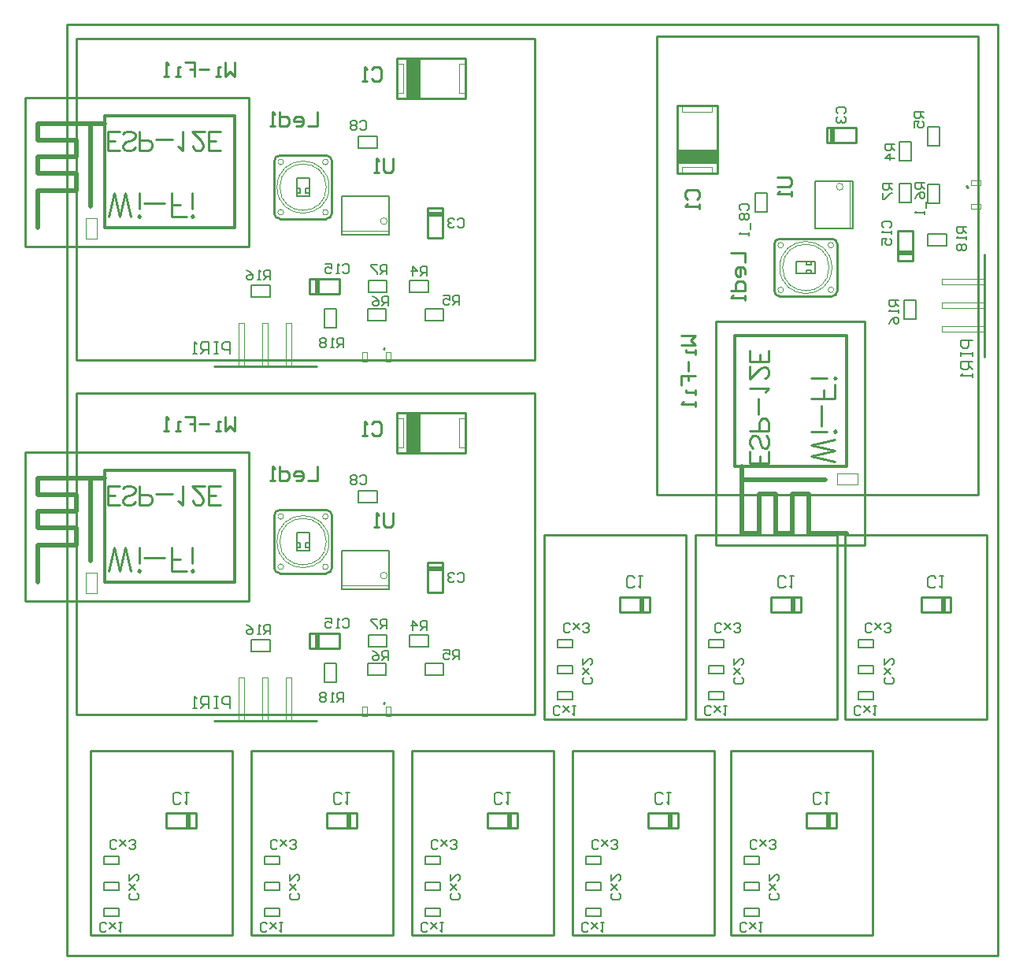
<source format=gbo>
%FSLAX25Y25*%
%MOIN*%
G70*
G01*
G75*
G04 Layer_Color=32896*
%ADD10R,0.01772X0.06299*%
%ADD11R,0.06299X0.13386*%
%ADD12R,0.05512X0.01654*%
%ADD13R,0.04724X0.04724*%
%ADD14R,0.08465X0.05000*%
%ADD15R,0.09000X0.15000*%
%ADD16R,0.05906X0.03937*%
%ADD17R,0.03937X0.05906*%
%ADD18R,0.07874X0.11024*%
%ADD19R,0.03500X0.05000*%
%ADD20R,0.07874X0.15748*%
%ADD21R,0.06299X0.09449*%
%ADD22R,0.05512X0.07087*%
%ADD23R,0.05906X0.15748*%
%ADD24R,0.06299X0.01772*%
%ADD25R,0.13386X0.06299*%
%ADD26R,0.01654X0.05512*%
%ADD27R,0.04724X0.04724*%
%ADD28R,0.05000X0.08465*%
%ADD29R,0.15000X0.09000*%
%ADD30R,0.11024X0.07874*%
%ADD31R,0.15748X0.05906*%
%ADD32R,0.05000X0.03500*%
%ADD33R,0.15748X0.07874*%
%ADD34R,0.09449X0.06299*%
%ADD35R,0.07087X0.05512*%
%ADD36R,0.06600X0.01700*%
%ADD37C,0.02500*%
%ADD38C,0.02000*%
%ADD39C,0.03000*%
%ADD40C,0.01500*%
%ADD41C,0.04000*%
%ADD42C,0.01000*%
%ADD43C,0.01800*%
%ADD44R,0.01600X0.04800*%
%ADD45R,0.34200X0.03200*%
%ADD46R,0.14413X0.28346*%
%ADD47R,0.04800X0.01600*%
%ADD48R,0.03200X0.34200*%
%ADD49R,0.28346X0.14413*%
%ADD50C,0.15800*%
%ADD51R,0.05512X0.07874*%
%ADD52R,0.05118X0.07874*%
%ADD53C,0.07874*%
%ADD54R,0.07874X0.05512*%
%ADD55R,0.07874X0.05118*%
%ADD56C,0.05000*%
%ADD57C,0.04000*%
%ADD58C,0.06000*%
%ADD59C,0.03937*%
%ADD60R,0.09449X0.04724*%
%ADD61R,0.04724X0.11024*%
%ADD62R,0.03000X0.10000*%
%ADD63R,0.10000X0.20000*%
%ADD64R,0.06299X0.05512*%
%ADD65R,0.09843X0.14961*%
%ADD66R,0.04724X0.09449*%
%ADD67R,0.11024X0.04724*%
%ADD68R,0.10000X0.03000*%
%ADD69R,0.20000X0.10000*%
%ADD70R,0.05512X0.06299*%
%ADD71R,0.14961X0.09843*%
%ADD72R,0.03150X0.04724*%
%ADD73C,0.03500*%
%ADD74R,0.26400X0.28346*%
%ADD75R,0.28346X0.26400*%
%ADD76C,0.00200*%
%ADD77C,0.00591*%
%ADD78C,0.00394*%
%ADD79C,0.00787*%
%ADD80C,0.00500*%
%ADD81C,0.00050*%
%ADD82C,0.00800*%
%ADD83R,0.02300X0.06299*%
%ADD84R,0.06299X0.02300*%
%ADD85R,0.02572X0.07099*%
%ADD86R,0.07099X0.14186*%
%ADD87R,0.06312X0.02454*%
%ADD88R,0.05524X0.05524*%
%ADD89R,0.09265X0.05800*%
%ADD90R,0.09800X0.15800*%
%ADD91R,0.06706X0.04737*%
%ADD92R,0.04737X0.06706*%
%ADD93R,0.08674X0.11824*%
%ADD94R,0.04300X0.05800*%
%ADD95R,0.08674X0.16548*%
%ADD96R,0.07099X0.10249*%
%ADD97R,0.06312X0.07887*%
%ADD98R,0.06706X0.16548*%
%ADD99R,0.07099X0.02572*%
%ADD100R,0.14186X0.07099*%
%ADD101R,0.02454X0.06312*%
%ADD102R,0.05524X0.05524*%
%ADD103R,0.05800X0.09265*%
%ADD104R,0.15800X0.09800*%
%ADD105R,0.11824X0.08674*%
%ADD106R,0.16548X0.06706*%
%ADD107R,0.05800X0.04300*%
%ADD108R,0.16548X0.08674*%
%ADD109R,0.10249X0.07099*%
%ADD110R,0.07887X0.06312*%
%ADD111R,0.07400X0.02500*%
%ADD112C,0.16600*%
%ADD113R,0.06312X0.08674*%
%ADD114R,0.05918X0.08674*%
%ADD115C,0.08674*%
%ADD116R,0.08674X0.06312*%
%ADD117R,0.08674X0.05918*%
%ADD118C,0.05800*%
%ADD119C,0.04800*%
%ADD120C,0.06800*%
%ADD121C,0.04737*%
%ADD122R,0.10249X0.05524*%
%ADD123R,0.05524X0.11824*%
%ADD124R,0.03800X0.10800*%
%ADD125R,0.10800X0.20800*%
%ADD126R,0.07099X0.06312*%
%ADD127R,0.10642X0.15761*%
%ADD128R,0.05524X0.10249*%
%ADD129R,0.11824X0.05524*%
%ADD130R,0.10800X0.03800*%
%ADD131R,0.20800X0.10800*%
%ADD132R,0.06312X0.07099*%
%ADD133R,0.15761X0.10642*%
%ADD134R,0.03950X0.05524*%
%ADD135C,0.00300*%
%ADD136C,0.01969*%
%ADD137C,0.01181*%
%ADD138R,0.02100X0.06299*%
%ADD139R,0.06299X0.02100*%
%ADD140R,0.06000X0.16929*%
%ADD141R,0.02100X0.06299*%
%ADD142R,0.16929X0.06000*%
D42*
X219942Y421714D02*
G03*
X222305Y424076I0J2362D01*
G01*
Y446124D02*
G03*
X219942Y448486I-2362J0D01*
G01*
X197895Y424076D02*
G03*
X200257Y421714I2362J0D01*
G01*
Y448486D02*
G03*
X197895Y446124I0J-2362D01*
G01*
X219942Y271714D02*
G03*
X222305Y274076I0J2362D01*
G01*
Y296124D02*
G03*
X219942Y298486I-2362J0D01*
G01*
X197895Y274076D02*
G03*
X200257Y271714I2362J0D01*
G01*
Y298486D02*
G03*
X197895Y296124I0J-2362D01*
G01*
X436286Y410943D02*
G03*
X433924Y413305I-2362J0D01*
G01*
X411876D02*
G03*
X409514Y410943I0J-2362D01*
G01*
X433924Y388895D02*
G03*
X436286Y391258I0J2362D01*
G01*
X409514D02*
G03*
X411876Y388895I2362J0D01*
G01*
X187124Y410108D02*
Y473100D01*
X92635D02*
X187124D01*
X92635Y410108D02*
X187124D01*
X92635D02*
Y473100D01*
X244100Y366600D02*
X244600Y367100D01*
X197895Y424076D02*
Y446124D01*
X222305Y424076D02*
Y446124D01*
X200257Y421714D02*
X219942D01*
X200257Y448486D02*
X219942D01*
X212949Y389932D02*
X225547D01*
X212949D02*
Y396231D01*
X225547D01*
Y389932D02*
Y396231D01*
X269250Y413714D02*
Y426313D01*
X262950Y413714D02*
Y426313D01*
Y413714D02*
X269250D01*
X262950Y426313D02*
X269250D01*
X249919Y472635D02*
Y489565D01*
X278659Y472635D02*
Y489565D01*
X249919Y472635D02*
X278659D01*
X249919Y489565D02*
X278659D01*
X172447Y359352D02*
X215754D01*
X249919Y322635D02*
Y339565D01*
X278659Y322635D02*
Y339565D01*
X249919Y322635D02*
X278659D01*
X249919Y339565D02*
X278659D01*
X269250Y263714D02*
Y276313D01*
X262950Y263714D02*
Y276313D01*
Y263714D02*
X269250D01*
X262950Y276313D02*
X269250D01*
X212949Y239932D02*
X225547D01*
X212949D02*
Y246231D01*
X225547D01*
Y239932D02*
Y246231D01*
X197895Y274076D02*
Y296124D01*
X222305Y274076D02*
Y296124D01*
X200257Y271714D02*
X219942D01*
X200257Y298486D02*
X219942D01*
X244100Y216600D02*
X244600Y217100D01*
X172447Y209352D02*
X215754D01*
X187124Y260108D02*
Y323100D01*
X92635D02*
X187124D01*
X92635Y260108D02*
X187124D01*
X92635D02*
Y323100D01*
X384900Y378124D02*
X447892D01*
X384900Y283635D02*
Y378124D01*
X447892Y283635D02*
Y378124D01*
X384900Y283635D02*
X447892D01*
X498648Y363446D02*
Y406753D01*
X490900Y435600D02*
X491400Y435100D01*
X411876Y388895D02*
X433924D01*
X411876Y413305D02*
X433924D01*
X436286Y391258D02*
Y410943D01*
X409514Y391258D02*
Y410943D01*
X468068Y403949D02*
Y416547D01*
X461769Y403949D02*
X468068D01*
X461769D02*
Y416547D01*
X468068D01*
X431687Y460250D02*
X444286D01*
X431687Y453950D02*
X444286D01*
Y460250D01*
X431687Y453950D02*
Y460250D01*
X368435Y440919D02*
X385365D01*
X368435Y469659D02*
X385365D01*
Y440919D02*
Y469659D01*
X368435Y440919D02*
Y469659D01*
X152220Y170200D02*
X164819D01*
Y163901D02*
Y170200D01*
X152220Y163901D02*
X164819D01*
X152220D02*
Y170200D01*
X220220D02*
X232819D01*
Y163901D02*
Y170200D01*
X220220Y163901D02*
X232819D01*
X220220D02*
Y170200D01*
X356221D02*
X368819D01*
Y163901D02*
Y170200D01*
X356221Y163901D02*
X368819D01*
X356221D02*
Y170200D01*
X288221D02*
X300819D01*
Y163901D02*
Y170200D01*
X288221Y163901D02*
X300819D01*
X288221D02*
Y170200D01*
X423220D02*
X435819D01*
Y163901D02*
Y170200D01*
X423220Y163901D02*
X435819D01*
X423220D02*
Y170200D01*
X471721Y261700D02*
X484319D01*
Y255401D02*
Y261700D01*
X471721Y255401D02*
X484319D01*
X471721D02*
Y261700D01*
X344220D02*
X356819D01*
Y255401D02*
Y261700D01*
X344220Y255401D02*
X356819D01*
X344220D02*
Y261700D01*
X408220D02*
X420819D01*
Y255401D02*
Y261700D01*
X408220Y255401D02*
X420819D01*
X408220D02*
Y261700D01*
X181218Y487998D02*
Y482000D01*
X179219Y483999D01*
X177219Y482000D01*
Y487998D01*
X175220Y482000D02*
X173221D01*
X174220D01*
Y485999D01*
X175220D01*
X170222Y484999D02*
X166223D01*
X160225Y487998D02*
X164224D01*
Y484999D01*
X162224D01*
X164224D01*
Y482000D01*
X158226D02*
X156226D01*
X157226D01*
Y485999D01*
X158226D01*
X153227Y482000D02*
X151228D01*
X152227D01*
Y487998D01*
X153227Y486998D01*
X248300Y447298D02*
Y442300D01*
X247300Y441300D01*
X245301D01*
X244301Y442300D01*
Y447298D01*
X242302Y441300D02*
X240303D01*
X241302D01*
Y447298D01*
X242302Y446298D01*
X216200Y466998D02*
Y461000D01*
X212201D01*
X207203D02*
X209202D01*
X210202Y462000D01*
Y463999D01*
X209202Y464999D01*
X207203D01*
X206203Y463999D01*
Y462999D01*
X210202D01*
X200205Y466998D02*
Y461000D01*
X203204D01*
X204204Y462000D01*
Y463999D01*
X203204Y464999D01*
X200205D01*
X198206Y461000D02*
X196206D01*
X197206D01*
Y466998D01*
X198206Y465998D01*
X239001Y485098D02*
X240001Y486098D01*
X242000D01*
X243000Y485098D01*
Y481100D01*
X242000Y480100D01*
X240001D01*
X239001Y481100D01*
X237002Y480100D02*
X235003D01*
X236002D01*
Y486098D01*
X237002Y485098D01*
X239001Y335098D02*
X240001Y336098D01*
X242000D01*
X243000Y335098D01*
Y331100D01*
X242000Y330100D01*
X240001D01*
X239001Y331100D01*
X237002Y330100D02*
X235003D01*
X236002D01*
Y336098D01*
X237002Y335098D01*
X216200Y316998D02*
Y311000D01*
X212201D01*
X207203D02*
X209202D01*
X210202Y312000D01*
Y313999D01*
X209202Y314999D01*
X207203D01*
X206203Y313999D01*
Y312999D01*
X210202D01*
X200205Y316998D02*
Y311000D01*
X203204D01*
X204204Y312000D01*
Y313999D01*
X203204Y314999D01*
X200205D01*
X198206Y311000D02*
X196206D01*
X197206D01*
Y316998D01*
X198206Y315998D01*
X248300Y297298D02*
Y292300D01*
X247300Y291300D01*
X245301D01*
X244301Y292300D01*
Y297298D01*
X242302Y291300D02*
X240303D01*
X241302D01*
Y297298D01*
X242302Y296298D01*
X181218Y337998D02*
Y332000D01*
X179219Y333999D01*
X177219Y332000D01*
Y337998D01*
X175220Y332000D02*
X173221D01*
X174220D01*
Y335999D01*
X175220D01*
X170222Y334999D02*
X166223D01*
X160225Y337998D02*
X164224D01*
Y334999D01*
X162224D01*
X164224D01*
Y332000D01*
X158226D02*
X156226D01*
X157226D01*
Y335999D01*
X158226D01*
X153227Y332000D02*
X151228D01*
X152227D01*
Y337998D01*
X153227Y336998D01*
X370002Y372218D02*
X376000D01*
X374001Y370219D01*
X376000Y368219D01*
X370002D01*
X376000Y366220D02*
Y364221D01*
Y365220D01*
X372001D01*
Y366220D01*
X373001Y361222D02*
Y357223D01*
X370002Y351225D02*
Y355224D01*
X373001D01*
Y353224D01*
Y355224D01*
X376000D01*
Y349226D02*
Y347226D01*
Y348226D01*
X372001D01*
Y349226D01*
X376000Y344227D02*
Y342228D01*
Y343228D01*
X370002D01*
X371002Y344227D01*
X410702Y439300D02*
X415700D01*
X416700Y438300D01*
Y436301D01*
X415700Y435301D01*
X410702D01*
X416700Y433302D02*
Y431303D01*
Y432302D01*
X410702D01*
X411702Y433302D01*
X391002Y407200D02*
X397000D01*
Y403201D01*
Y398203D02*
Y400202D01*
X396000Y401202D01*
X394001D01*
X393001Y400202D01*
Y398203D01*
X394001Y397203D01*
X395001D01*
Y401202D01*
X391002Y391205D02*
X397000D01*
Y394204D01*
X396000Y395204D01*
X394001D01*
X393001Y394204D01*
Y391205D01*
X397000Y389206D02*
Y387207D01*
Y388206D01*
X391002D01*
X392002Y389206D01*
X372902Y430001D02*
X371902Y431001D01*
Y433000D01*
X372902Y434000D01*
X376900D01*
X377900Y433000D01*
Y431001D01*
X376900Y430001D01*
X377900Y428002D02*
Y426003D01*
Y427002D01*
X371902D01*
X372902Y428002D01*
X132351Y450702D02*
X127400D01*
Y458700D01*
X132351D01*
X127400Y454510D02*
X130447D01*
X139017Y451844D02*
X138255Y451083D01*
X137112Y450702D01*
X135589D01*
X134446Y451083D01*
X133684Y451844D01*
Y452606D01*
X134065Y453368D01*
X134446Y453749D01*
X135208Y454130D01*
X137493Y454891D01*
X138255Y455272D01*
X138636Y455653D01*
X139017Y456415D01*
Y457557D01*
X138255Y458319D01*
X137112Y458700D01*
X135589D01*
X134446Y458319D01*
X133684Y457557D01*
X140807Y454891D02*
X144235D01*
X145377Y454510D01*
X145758Y454130D01*
X146139Y453368D01*
Y452225D01*
X145758Y451464D01*
X145377Y451083D01*
X144235Y450702D01*
X140807D01*
Y458700D01*
X147929Y455272D02*
X154785D01*
X157146Y452225D02*
X157908Y451844D01*
X159050Y450702D01*
Y458700D01*
X163392Y452606D02*
Y452225D01*
X163773Y451464D01*
X164154Y451083D01*
X164916Y450702D01*
X166439D01*
X167201Y451083D01*
X167582Y451464D01*
X167963Y452225D01*
Y452987D01*
X167582Y453749D01*
X166820Y454891D01*
X163011Y458700D01*
X168344D01*
X175085Y450702D02*
X170134D01*
Y458700D01*
X175085D01*
X170134Y454510D02*
X173181D01*
X127800Y422702D02*
X130180Y432700D01*
X132561Y422702D02*
X130180Y432700D01*
X132561Y422702D02*
X134941Y432700D01*
X137322Y422702D02*
X134941Y432700D01*
X140273Y422702D02*
X140750Y423178D01*
X141226Y422702D01*
X140750Y422226D01*
X140273Y422702D01*
X140750Y426035D02*
Y432700D01*
X142987Y428415D02*
X151557D01*
X154509Y422702D02*
Y432700D01*
Y422702D02*
X160698D01*
X154509Y427463D02*
X158317D01*
X162793Y422702D02*
X163269Y423178D01*
X163745Y422702D01*
X163269Y422226D01*
X162793Y422702D01*
X163269Y426035D02*
Y432700D01*
X132351Y300702D02*
X127400D01*
Y308700D01*
X132351D01*
X127400Y304510D02*
X130447D01*
X139017Y301844D02*
X138255Y301083D01*
X137112Y300702D01*
X135589D01*
X134446Y301083D01*
X133684Y301844D01*
Y302606D01*
X134065Y303368D01*
X134446Y303749D01*
X135208Y304130D01*
X137493Y304891D01*
X138255Y305272D01*
X138636Y305653D01*
X139017Y306415D01*
Y307557D01*
X138255Y308319D01*
X137112Y308700D01*
X135589D01*
X134446Y308319D01*
X133684Y307557D01*
X140807Y304891D02*
X144235D01*
X145377Y304510D01*
X145758Y304130D01*
X146139Y303368D01*
Y302225D01*
X145758Y301464D01*
X145377Y301083D01*
X144235Y300702D01*
X140807D01*
Y308700D01*
X147929Y305272D02*
X154785D01*
X157146Y302225D02*
X157908Y301844D01*
X159050Y300702D01*
Y308700D01*
X163392Y302606D02*
Y302225D01*
X163773Y301464D01*
X164154Y301083D01*
X164916Y300702D01*
X166439D01*
X167201Y301083D01*
X167582Y301464D01*
X167963Y302225D01*
Y302987D01*
X167582Y303749D01*
X166820Y304891D01*
X163011Y308700D01*
X168344D01*
X175085Y300702D02*
X170134D01*
Y308700D01*
X175085D01*
X170134Y304510D02*
X173181D01*
X127800Y272702D02*
X130180Y282700D01*
X132561Y272702D02*
X130180Y282700D01*
X132561Y272702D02*
X134941Y282700D01*
X137322Y272702D02*
X134941Y282700D01*
X140273Y272702D02*
X140750Y273178D01*
X141226Y272702D01*
X140750Y272226D01*
X140273Y272702D01*
X140750Y276035D02*
Y282700D01*
X142987Y278415D02*
X151557D01*
X154509Y272702D02*
Y282700D01*
Y272702D02*
X160698D01*
X154509Y277463D02*
X158317D01*
X162793Y272702D02*
X163269Y273178D01*
X163745Y272702D01*
X163269Y272226D01*
X162793Y272702D01*
X163269Y276035D02*
Y282700D01*
X407298Y323351D02*
Y318400D01*
X399300D01*
Y323351D01*
X403490Y318400D02*
Y321447D01*
X406156Y330017D02*
X406917Y329255D01*
X407298Y328112D01*
Y326589D01*
X406917Y325446D01*
X406156Y324684D01*
X405394D01*
X404632Y325065D01*
X404251Y325446D01*
X403870Y326208D01*
X403109Y328493D01*
X402728Y329255D01*
X402347Y329636D01*
X401585Y330017D01*
X400443D01*
X399681Y329255D01*
X399300Y328112D01*
Y326589D01*
X399681Y325446D01*
X400443Y324684D01*
X403109Y331807D02*
Y335234D01*
X403490Y336377D01*
X403870Y336758D01*
X404632Y337139D01*
X405775D01*
X406536Y336758D01*
X406917Y336377D01*
X407298Y335234D01*
Y331807D01*
X399300D01*
X402728Y338929D02*
Y345785D01*
X405775Y348146D02*
X406156Y348908D01*
X407298Y350050D01*
X399300D01*
X405394Y354392D02*
X405775D01*
X406536Y354773D01*
X406917Y355154D01*
X407298Y355916D01*
Y357439D01*
X406917Y358201D01*
X406536Y358582D01*
X405775Y358963D01*
X405013D01*
X404251Y358582D01*
X403109Y357820D01*
X399300Y354011D01*
Y359344D01*
X407298Y366085D02*
Y361134D01*
X399300D01*
Y366085D01*
X403490Y361134D02*
Y364181D01*
X435298Y318800D02*
X425300Y321180D01*
X435298Y323561D02*
X425300Y321180D01*
X435298Y323561D02*
X425300Y325941D01*
X435298Y328322D02*
X425300Y325941D01*
X435298Y331274D02*
X434822Y331750D01*
X435298Y332226D01*
X435774Y331750D01*
X435298Y331274D01*
X431965Y331750D02*
X425300D01*
X429585Y333987D02*
Y342557D01*
X435298Y345509D02*
X425300D01*
X435298D02*
Y351698D01*
X430537Y345509D02*
Y349317D01*
X435298Y353793D02*
X434822Y354269D01*
X435298Y354745D01*
X435774Y354269D01*
X435298Y353793D01*
X431965Y354269D02*
X425300D01*
X110000Y110000D02*
Y504000D01*
Y110000D02*
X504000D01*
Y504000D01*
X110000D02*
X504000D01*
X308100Y362100D02*
Y498100D01*
X114100D02*
X308100D01*
X114100Y362100D02*
X308100D01*
X114100D02*
Y498100D01*
Y212100D02*
Y348100D01*
Y212100D02*
X308100D01*
X114100Y348100D02*
X308100D01*
Y212100D02*
Y348100D01*
X359900Y499100D02*
X495900D01*
X359900Y305100D02*
Y499100D01*
X495900Y305100D02*
Y499100D01*
X359900Y305100D02*
X495900D01*
X120000Y196500D02*
X180000D01*
X120000Y118500D02*
Y196500D01*
Y118500D02*
X180000D01*
Y196500D01*
X248000Y118500D02*
Y196500D01*
X188000Y118500D02*
X248000D01*
X188000D02*
Y196500D01*
X248000D01*
X324000D02*
X384000D01*
X324000Y118500D02*
Y196500D01*
Y118500D02*
X384000D01*
Y196500D01*
X316000Y118500D02*
Y196500D01*
X256000Y118500D02*
X316000D01*
X256000D02*
Y196500D01*
X316000D01*
X451000Y118500D02*
Y196500D01*
X391000Y118500D02*
X451000D01*
X391000D02*
Y196500D01*
X451000D01*
X439500Y288000D02*
X499500D01*
X439500Y210000D02*
Y288000D01*
Y210000D02*
X499500D01*
Y288000D01*
X312000D02*
X372000D01*
X312000Y210000D02*
Y288000D01*
Y210000D02*
X372000D01*
Y288000D01*
X436000Y210000D02*
Y288000D01*
X376000Y210000D02*
X436000D01*
X376000D02*
Y288000D01*
X436000D01*
D76*
X226777Y416600D02*
X246462D01*
X226777Y266600D02*
X246462D01*
X441400Y417777D02*
Y437462D01*
D78*
X219942Y435100D02*
G03*
X219942Y435100I-9843J0D01*
G01*
X220730Y445730D02*
G03*
X220730Y445730I-1181J0D01*
G01*
Y424470D02*
G03*
X220730Y424470I-1181J0D01*
G01*
X201832D02*
G03*
X201832Y424470I-1181J0D01*
G01*
Y445730D02*
G03*
X201832Y445730I-1181J0D01*
G01*
X221124Y435100D02*
G03*
X221124Y435100I-11024J0D01*
G01*
X219942Y285100D02*
G03*
X219942Y285100I-9843J0D01*
G01*
X220730Y295730D02*
G03*
X220730Y295730I-1181J0D01*
G01*
Y274470D02*
G03*
X220730Y274470I-1181J0D01*
G01*
X201832D02*
G03*
X201832Y274470I-1181J0D01*
G01*
Y295730D02*
G03*
X201832Y295730I-1181J0D01*
G01*
X221124Y285100D02*
G03*
X221124Y285100I-11024J0D01*
G01*
X432743Y401100D02*
G03*
X432743Y401100I-9843J0D01*
G01*
X413451Y410549D02*
G03*
X413451Y410549I-1181J0D01*
G01*
X434711D02*
G03*
X434711Y410549I-1181J0D01*
G01*
Y391651D02*
G03*
X434711Y391651I-1181J0D01*
G01*
X413451D02*
G03*
X413451Y391651I-1181J0D01*
G01*
X433924Y401100D02*
G03*
X433924Y401100I-11024J0D01*
G01*
X118226Y413258D02*
Y421919D01*
X122950D01*
Y413258D02*
Y421919D01*
X118226Y413258D02*
X122950D01*
X235116Y361226D02*
X237084D01*
X245116D02*
X247084D01*
X235116Y365163D02*
X237084D01*
X235116Y361226D02*
Y365163D01*
X237084Y361226D02*
Y365163D01*
X245116D02*
X247084D01*
X245116Y361226D02*
Y365163D01*
X247084Y361226D02*
Y365163D01*
X276100Y474801D02*
X278462D01*
X276100D02*
Y487399D01*
X278659D01*
X249919D02*
X252478D01*
Y474801D02*
Y487399D01*
X249919Y474801D02*
X252478D01*
X205281Y359352D02*
Y377462D01*
X202919D02*
X205281D01*
X202919Y359352D02*
Y377462D01*
X192919Y359352D02*
Y377462D01*
X195281D01*
Y359352D02*
Y377462D01*
X182919Y359352D02*
Y377462D01*
X185281D01*
Y359352D02*
Y377462D01*
X276100Y324801D02*
X278462D01*
X276100D02*
Y337399D01*
X278659D01*
X249919D02*
X252478D01*
Y324801D02*
Y337399D01*
X249919Y324801D02*
X252478D01*
X235116Y211226D02*
X237084D01*
X245116D02*
X247084D01*
X235116Y215163D02*
X237084D01*
X235116Y211226D02*
Y215163D01*
X237084Y211226D02*
Y215163D01*
X245116D02*
X247084D01*
X245116Y211226D02*
Y215163D01*
X247084Y211226D02*
Y215163D01*
X205281Y209352D02*
Y227462D01*
X202919D02*
X205281D01*
X202919Y209352D02*
Y227462D01*
X192919Y209352D02*
Y227462D01*
X195281D01*
Y209352D02*
Y227462D01*
X182919Y209352D02*
Y227462D01*
X185281D01*
Y209352D02*
Y227462D01*
X118226Y263258D02*
Y271919D01*
X122950D01*
Y263258D02*
Y271919D01*
X118226Y263258D02*
X122950D01*
X436081Y309226D02*
X444742D01*
X436081D02*
Y313950D01*
X444742D01*
Y309226D02*
Y313950D01*
X480538Y396281D02*
X498648D01*
X480538Y393919D02*
Y396281D01*
Y393919D02*
X498648D01*
X480538Y383919D02*
X498648D01*
X480538D02*
Y386281D01*
X498648D01*
X480538Y373919D02*
X498648D01*
X480538D02*
Y376281D01*
X498648D01*
X496774Y426116D02*
Y428084D01*
Y436116D02*
Y438084D01*
X492837Y426116D02*
Y428084D01*
Y426116D02*
X496774D01*
X492837Y428084D02*
X496774D01*
X492837Y436116D02*
Y438084D01*
Y436116D02*
X496774D01*
X492837Y438084D02*
X496774D01*
X383199Y467100D02*
Y469462D01*
X370601Y467100D02*
X383199D01*
X370601D02*
Y469659D01*
Y440919D02*
Y443478D01*
X383199D01*
Y440919D02*
Y443478D01*
D80*
X226600Y415100D02*
X246600D01*
Y431200D01*
X226600D02*
X246600D01*
X226600Y415100D02*
Y431200D01*
X219307Y375632D02*
Y383506D01*
X224229D01*
Y375632D02*
Y383506D01*
X219307Y375632D02*
X224229D01*
X188268Y393593D02*
X196142D01*
Y388671D02*
Y393593D01*
X188268Y388671D02*
X196142D01*
X188268D02*
Y393593D01*
X237768Y395593D02*
X245642D01*
Y390671D02*
Y395593D01*
X237768Y390671D02*
X245642D01*
X237768D02*
Y395593D01*
X237394Y378672D02*
X245268D01*
X237394D02*
Y383593D01*
X245268D01*
Y378672D02*
Y383593D01*
X261726Y378639D02*
X269600D01*
X261726D02*
Y383561D01*
X269600D01*
Y378639D02*
Y383561D01*
X255268Y395593D02*
X263142D01*
Y390671D02*
Y395593D01*
X255268Y390671D02*
X263142D01*
X255268D02*
Y395593D01*
X212659Y431163D02*
Y439037D01*
X207541Y431163D02*
X212659D01*
X207541D02*
Y439037D01*
X212659D01*
X211281Y432738D02*
X212659D01*
X211281D02*
Y434706D01*
X212659D01*
X207541D02*
X208919D01*
Y432738D02*
Y434706D01*
X207541Y432738D02*
X208919D01*
X233600Y456461D02*
X241474D01*
Y451539D02*
Y456461D01*
X233600Y451539D02*
X241474D01*
X233600D02*
Y456461D01*
Y306461D02*
X241474D01*
Y301539D02*
Y306461D01*
X233600Y301539D02*
X241474D01*
X233600D02*
Y306461D01*
X212659Y281163D02*
Y289037D01*
X207541Y281163D02*
X212659D01*
X207541D02*
Y289037D01*
X212659D01*
X211281Y282738D02*
X212659D01*
X211281D02*
Y284706D01*
X212659D01*
X207541D02*
X208919D01*
Y282738D02*
Y284706D01*
X207541Y282738D02*
X208919D01*
X255268Y245593D02*
X263142D01*
Y240671D02*
Y245593D01*
X255268Y240671D02*
X263142D01*
X255268D02*
Y245593D01*
X261726Y228639D02*
X269600D01*
X261726D02*
Y233561D01*
X269600D01*
Y228639D02*
Y233561D01*
X237394Y228672D02*
X245268D01*
X237394D02*
Y233593D01*
X245268D01*
Y228672D02*
Y233593D01*
X237768Y245593D02*
X245642D01*
Y240671D02*
Y245593D01*
X237768Y240671D02*
X245642D01*
X237768D02*
Y245593D01*
X188268Y243593D02*
X196142D01*
Y238671D02*
Y243593D01*
X188268Y238671D02*
X196142D01*
X188268D02*
Y243593D01*
X219307Y225632D02*
Y233506D01*
X224229D01*
Y225632D02*
Y233506D01*
X219307Y225632D02*
X224229D01*
X226600Y265100D02*
X246600D01*
Y281200D01*
X226600D02*
X246600D01*
X226600Y265100D02*
Y281200D01*
X442900Y417600D02*
Y437600D01*
X426800D02*
X442900D01*
X426800Y417600D02*
Y437600D01*
Y417600D02*
X442900D01*
X474494Y410307D02*
X482368D01*
X474494D02*
Y415229D01*
X482368D01*
Y410307D02*
Y415229D01*
X464407Y379268D02*
Y387142D01*
X469328D01*
Y379268D02*
Y387142D01*
X464407Y379268D02*
X469328D01*
X462407Y428768D02*
Y436642D01*
X467329D01*
Y428768D02*
Y436642D01*
X462407Y428768D02*
X467329D01*
X479328Y428394D02*
Y436268D01*
X474407Y428394D02*
X479328D01*
X474407D02*
Y436268D01*
X479328D01*
X479361Y452726D02*
Y460600D01*
X474439Y452726D02*
X479361D01*
X474439D02*
Y460600D01*
X479361D01*
X462407Y446268D02*
Y454142D01*
X467329D01*
Y446268D02*
Y454142D01*
X462407Y446268D02*
X467329D01*
X418963Y403659D02*
X426837D01*
Y398541D02*
Y403659D01*
X418963Y398541D02*
X426837D01*
X418963D02*
Y403659D01*
X425262Y402281D02*
Y403659D01*
X423294Y402281D02*
X425262D01*
X423294D02*
Y403659D01*
Y398541D02*
Y399919D01*
X425262D01*
Y398541D02*
Y399919D01*
X401539Y424600D02*
Y432474D01*
X406461D01*
Y424600D02*
Y432474D01*
X401539Y424600D02*
X406461D01*
X125701Y152000D02*
X132000D01*
Y148653D02*
Y152000D01*
X125701Y148653D02*
X132000D01*
X125701D02*
Y152000D01*
Y141000D02*
X132000D01*
Y137654D02*
Y141000D01*
X125701Y137654D02*
X132000D01*
X125701D02*
Y141000D01*
Y130000D02*
X132000D01*
Y126654D02*
Y130000D01*
X125701Y126654D02*
X132000D01*
X125701D02*
Y130000D01*
X193701D02*
X200000D01*
Y126654D02*
Y130000D01*
X193701Y126654D02*
X200000D01*
X193701D02*
Y130000D01*
Y141000D02*
X200000D01*
Y137654D02*
Y141000D01*
X193701Y137654D02*
X200000D01*
X193701D02*
Y141000D01*
Y152000D02*
X200000D01*
Y148653D02*
Y152000D01*
X193701Y148653D02*
X200000D01*
X193701D02*
Y152000D01*
X329701D02*
X336000D01*
Y148653D02*
Y152000D01*
X329701Y148653D02*
X336000D01*
X329701D02*
Y152000D01*
Y141000D02*
X336000D01*
Y137654D02*
Y141000D01*
X329701Y137654D02*
X336000D01*
X329701D02*
Y141000D01*
Y130000D02*
X336000D01*
Y126654D02*
Y130000D01*
X329701Y126654D02*
X336000D01*
X329701D02*
Y130000D01*
X261701D02*
X268000D01*
Y126654D02*
Y130000D01*
X261701Y126654D02*
X268000D01*
X261701D02*
Y130000D01*
Y141000D02*
X268000D01*
Y137654D02*
Y141000D01*
X261701Y137654D02*
X268000D01*
X261701D02*
Y141000D01*
Y152000D02*
X268000D01*
Y148653D02*
Y152000D01*
X261701Y148653D02*
X268000D01*
X261701D02*
Y152000D01*
X396701Y130000D02*
X403000D01*
Y126654D02*
Y130000D01*
X396701Y126654D02*
X403000D01*
X396701D02*
Y130000D01*
Y141000D02*
X403000D01*
Y137654D02*
Y141000D01*
X396701Y137654D02*
X403000D01*
X396701D02*
Y141000D01*
Y152000D02*
X403000D01*
Y148653D02*
Y152000D01*
X396701Y148653D02*
X403000D01*
X396701D02*
Y152000D01*
X445201Y243500D02*
X451500D01*
Y240154D02*
Y243500D01*
X445201Y240154D02*
X451500D01*
X445201D02*
Y243500D01*
Y232500D02*
X451500D01*
Y229153D02*
Y232500D01*
X445201Y229153D02*
X451500D01*
X445201D02*
Y232500D01*
Y221500D02*
X451500D01*
Y218154D02*
Y221500D01*
X445201Y218154D02*
X451500D01*
X445201D02*
Y221500D01*
X317701Y243500D02*
X324000D01*
Y240154D02*
Y243500D01*
X317701Y240154D02*
X324000D01*
X317701D02*
Y243500D01*
Y232500D02*
X324000D01*
Y229153D02*
Y232500D01*
X317701Y229153D02*
X324000D01*
X317701D02*
Y232500D01*
Y221500D02*
X324000D01*
Y218154D02*
Y221500D01*
X317701Y218154D02*
X324000D01*
X317701D02*
Y221500D01*
X381701D02*
X388000D01*
Y218154D02*
Y221500D01*
X381701Y218154D02*
X388000D01*
X381701D02*
Y221500D01*
Y232500D02*
X388000D01*
Y229153D02*
Y232500D01*
X381701Y229153D02*
X388000D01*
X381701D02*
Y232500D01*
Y243500D02*
X388000D01*
Y240154D02*
Y243500D01*
X381701Y240154D02*
X388000D01*
X381701D02*
Y243500D01*
X227300Y367300D02*
Y371299D01*
X225301D01*
X224634Y370632D01*
Y369299D01*
X225301Y368633D01*
X227300D01*
X225967D02*
X224634Y367300D01*
X223301D02*
X221968D01*
X222635D01*
Y371299D01*
X223301Y370632D01*
X219969D02*
X219303Y371299D01*
X217970D01*
X217303Y370632D01*
Y369966D01*
X217970Y369299D01*
X217303Y368633D01*
Y367966D01*
X217970Y367300D01*
X219303D01*
X219969Y367966D01*
Y368633D01*
X219303Y369299D01*
X219969Y369966D01*
Y370632D01*
X219303Y369299D02*
X217970D01*
X196268Y395932D02*
Y399931D01*
X194269D01*
X193602Y399264D01*
Y397931D01*
X194269Y397265D01*
X196268D01*
X194935D02*
X193602Y395932D01*
X192269D02*
X190936D01*
X191603D01*
Y399931D01*
X192269Y399264D01*
X186271Y399931D02*
X187604Y399264D01*
X188937Y397931D01*
Y396599D01*
X188270Y395932D01*
X186938D01*
X186271Y396599D01*
Y397265D01*
X186938Y397931D01*
X188937D01*
X245600Y398400D02*
Y402399D01*
X243601D01*
X242934Y401732D01*
Y400399D01*
X243601Y399733D01*
X245600D01*
X244267D02*
X242934Y398400D01*
X241601Y402399D02*
X238935D01*
Y401732D01*
X241601Y399066D01*
Y398400D01*
X246000Y385000D02*
Y388999D01*
X244001D01*
X243334Y388332D01*
Y386999D01*
X244001Y386333D01*
X246000D01*
X244667D02*
X243334Y385000D01*
X239335Y388999D02*
X240668Y388332D01*
X242001Y386999D01*
Y385666D01*
X241335Y385000D01*
X240002D01*
X239335Y385666D01*
Y386333D01*
X240002Y386999D01*
X242001D01*
X276000Y385200D02*
Y389199D01*
X274001D01*
X273334Y388532D01*
Y387199D01*
X274001Y386533D01*
X276000D01*
X274667D02*
X273334Y385200D01*
X269336Y389199D02*
X272001D01*
Y387199D01*
X270668Y387866D01*
X270002D01*
X269336Y387199D01*
Y385866D01*
X270002Y385200D01*
X271335D01*
X272001Y385866D01*
X262368Y397632D02*
Y401631D01*
X260369D01*
X259702Y400964D01*
Y399631D01*
X260369Y398965D01*
X262368D01*
X261035D02*
X259702Y397632D01*
X256370D02*
Y401631D01*
X258369Y399631D01*
X255703D01*
X226934Y402032D02*
X227601Y402699D01*
X228934D01*
X229600Y402032D01*
Y399366D01*
X228934Y398700D01*
X227601D01*
X226934Y399366D01*
X225601Y398700D02*
X224268D01*
X224935D01*
Y402699D01*
X225601Y402032D01*
X219603Y402699D02*
X222269D01*
Y400699D01*
X220936Y401366D01*
X220270D01*
X219603Y400699D01*
Y399366D01*
X220270Y398700D01*
X221603D01*
X222269Y399366D01*
X234234Y462532D02*
X234901Y463199D01*
X236234D01*
X236900Y462532D01*
Y459866D01*
X236234Y459200D01*
X234901D01*
X234234Y459866D01*
X232901Y462532D02*
X232235Y463199D01*
X230902D01*
X230236Y462532D01*
Y461866D01*
X230902Y461199D01*
X230236Y460533D01*
Y459866D01*
X230902Y459200D01*
X232235D01*
X232901Y459866D01*
Y460533D01*
X232235Y461199D01*
X232901Y461866D01*
Y462532D01*
X232235Y461199D02*
X230902D01*
X275434Y421432D02*
X276101Y422099D01*
X277434D01*
X278100Y421432D01*
Y418766D01*
X277434Y418100D01*
X276101D01*
X275434Y418766D01*
X274101Y421432D02*
X273435Y422099D01*
X272102D01*
X271435Y421432D01*
Y420766D01*
X272102Y420099D01*
X272768D01*
X272102D01*
X271435Y419433D01*
Y418766D01*
X272102Y418100D01*
X273435D01*
X274101Y418766D01*
X275434Y271432D02*
X276101Y272099D01*
X277434D01*
X278100Y271432D01*
Y268766D01*
X277434Y268100D01*
X276101D01*
X275434Y268766D01*
X274101Y271432D02*
X273435Y272099D01*
X272102D01*
X271435Y271432D01*
Y270766D01*
X272102Y270099D01*
X272768D01*
X272102D01*
X271435Y269433D01*
Y268766D01*
X272102Y268100D01*
X273435D01*
X274101Y268766D01*
X234234Y312532D02*
X234901Y313199D01*
X236234D01*
X236900Y312532D01*
Y309866D01*
X236234Y309200D01*
X234901D01*
X234234Y309866D01*
X232901Y312532D02*
X232235Y313199D01*
X230902D01*
X230236Y312532D01*
Y311866D01*
X230902Y311199D01*
X230236Y310533D01*
Y309866D01*
X230902Y309200D01*
X232235D01*
X232901Y309866D01*
Y310533D01*
X232235Y311199D01*
X232901Y311866D01*
Y312532D01*
X232235Y311199D02*
X230902D01*
X226934Y252032D02*
X227601Y252699D01*
X228934D01*
X229600Y252032D01*
Y249366D01*
X228934Y248700D01*
X227601D01*
X226934Y249366D01*
X225601Y248700D02*
X224268D01*
X224935D01*
Y252699D01*
X225601Y252032D01*
X219603Y252699D02*
X222269D01*
Y250699D01*
X220936Y251366D01*
X220270D01*
X219603Y250699D01*
Y249366D01*
X220270Y248700D01*
X221603D01*
X222269Y249366D01*
X262368Y247632D02*
Y251631D01*
X260369D01*
X259702Y250964D01*
Y249631D01*
X260369Y248965D01*
X262368D01*
X261035D02*
X259702Y247632D01*
X256370D02*
Y251631D01*
X258369Y249631D01*
X255703D01*
X276000Y235200D02*
Y239199D01*
X274001D01*
X273334Y238532D01*
Y237199D01*
X274001Y236533D01*
X276000D01*
X274667D02*
X273334Y235200D01*
X269336Y239199D02*
X272001D01*
Y237199D01*
X270668Y237866D01*
X270002D01*
X269336Y237199D01*
Y235866D01*
X270002Y235200D01*
X271335D01*
X272001Y235866D01*
X246000Y235000D02*
Y238999D01*
X244001D01*
X243334Y238332D01*
Y236999D01*
X244001Y236333D01*
X246000D01*
X244667D02*
X243334Y235000D01*
X239335Y238999D02*
X240668Y238332D01*
X242001Y236999D01*
Y235666D01*
X241335Y235000D01*
X240002D01*
X239335Y235666D01*
Y236333D01*
X240002Y236999D01*
X242001D01*
X245600Y248400D02*
Y252399D01*
X243601D01*
X242934Y251732D01*
Y250399D01*
X243601Y249733D01*
X245600D01*
X244267D02*
X242934Y248400D01*
X241601Y252399D02*
X238935D01*
Y251732D01*
X241601Y249066D01*
Y248400D01*
X196268Y245932D02*
Y249931D01*
X194269D01*
X193602Y249264D01*
Y247931D01*
X194269Y247265D01*
X196268D01*
X194935D02*
X193602Y245932D01*
X192269D02*
X190936D01*
X191603D01*
Y249931D01*
X192269Y249264D01*
X186271Y249931D02*
X187604Y249264D01*
X188937Y247931D01*
Y246599D01*
X188270Y245932D01*
X186938D01*
X186271Y246599D01*
Y247265D01*
X186938Y247931D01*
X188937D01*
X227300Y217300D02*
Y221299D01*
X225301D01*
X224634Y220632D01*
Y219299D01*
X225301Y218633D01*
X227300D01*
X225967D02*
X224634Y217300D01*
X223301D02*
X221968D01*
X222635D01*
Y221299D01*
X223301Y220632D01*
X219969D02*
X219303Y221299D01*
X217970D01*
X217303Y220632D01*
Y219966D01*
X217970Y219299D01*
X217303Y218633D01*
Y217966D01*
X217970Y217300D01*
X219303D01*
X219969Y217966D01*
Y218633D01*
X219303Y219299D01*
X219969Y219966D01*
Y220632D01*
X219303Y219299D02*
X217970D01*
X490700Y418300D02*
X486701D01*
Y416301D01*
X487368Y415634D01*
X488701D01*
X489367Y416301D01*
Y418300D01*
Y416967D02*
X490700Y415634D01*
Y414301D02*
Y412968D01*
Y413635D01*
X486701D01*
X487368Y414301D01*
Y410969D02*
X486701Y410303D01*
Y408970D01*
X487368Y408303D01*
X488034D01*
X488701Y408970D01*
X489367Y408303D01*
X490034D01*
X490700Y408970D01*
Y410303D01*
X490034Y410969D01*
X489367D01*
X488701Y410303D01*
X488034Y410969D01*
X487368D01*
X488701Y410303D02*
Y408970D01*
X462068Y387268D02*
X458069D01*
Y385269D01*
X458736Y384602D01*
X460069D01*
X460735Y385269D01*
Y387268D01*
Y385935D02*
X462068Y384602D01*
Y383269D02*
Y381936D01*
Y382603D01*
X458069D01*
X458736Y383269D01*
X458069Y377271D02*
X458736Y378604D01*
X460069Y379937D01*
X461402D01*
X462068Y379271D01*
Y377938D01*
X461402Y377271D01*
X460735D01*
X460069Y377938D01*
Y379937D01*
X459600Y436600D02*
X455601D01*
Y434601D01*
X456268Y433934D01*
X457601D01*
X458267Y434601D01*
Y436600D01*
Y435267D02*
X459600Y433934D01*
X455601Y432601D02*
Y429936D01*
X456268D01*
X458934Y432601D01*
X459600D01*
X473000Y437000D02*
X469001D01*
Y435001D01*
X469668Y434334D01*
X471001D01*
X471667Y435001D01*
Y437000D01*
Y435667D02*
X473000Y434334D01*
X469001Y430336D02*
X469668Y431668D01*
X471001Y433001D01*
X472334D01*
X473000Y432335D01*
Y431002D01*
X472334Y430336D01*
X471667D01*
X471001Y431002D01*
Y433001D01*
X473666Y429003D02*
Y426337D01*
X473000Y425004D02*
Y423671D01*
Y424337D01*
X469001D01*
X469668Y425004D01*
X472800Y467000D02*
X468801D01*
Y465001D01*
X469468Y464334D01*
X470801D01*
X471467Y465001D01*
Y467000D01*
Y465667D02*
X472800Y464334D01*
X468801Y460335D02*
Y463001D01*
X470801D01*
X470134Y461668D01*
Y461002D01*
X470801Y460335D01*
X472134D01*
X472800Y461002D01*
Y462335D01*
X472134Y463001D01*
X460368Y453368D02*
X456369D01*
Y451369D01*
X457036Y450702D01*
X458369D01*
X459035Y451369D01*
Y453368D01*
Y452035D02*
X460368Y450702D01*
Y447370D02*
X456369D01*
X458369Y449369D01*
Y446703D01*
X455968Y417934D02*
X455301Y418601D01*
Y419934D01*
X455968Y420600D01*
X458634D01*
X459300Y419934D01*
Y418601D01*
X458634Y417934D01*
X459300Y416601D02*
Y415268D01*
Y415935D01*
X455301D01*
X455968Y416601D01*
X455301Y410603D02*
Y413269D01*
X457301D01*
X456634Y411936D01*
Y411270D01*
X457301Y410603D01*
X458634D01*
X459300Y411270D01*
Y412603D01*
X458634Y413269D01*
X395468Y425234D02*
X394801Y425901D01*
Y427234D01*
X395468Y427900D01*
X398134D01*
X398800Y427234D01*
Y425901D01*
X398134Y425234D01*
X395468Y423901D02*
X394801Y423235D01*
Y421902D01*
X395468Y421236D01*
X396134D01*
X396801Y421902D01*
X397467Y421236D01*
X398134D01*
X398800Y421902D01*
Y423235D01*
X398134Y423901D01*
X397467D01*
X396801Y423235D01*
X396134Y423901D01*
X395468D01*
X396801Y423235D02*
Y421902D01*
X399466Y419903D02*
Y417237D01*
X398800Y415904D02*
Y414571D01*
Y415237D01*
X394801D01*
X395468Y415904D01*
X436568Y466434D02*
X435901Y467101D01*
Y468434D01*
X436568Y469100D01*
X439234D01*
X439900Y468434D01*
Y467101D01*
X439234Y466434D01*
X436568Y465101D02*
X435901Y464435D01*
Y463102D01*
X436568Y462435D01*
X437234D01*
X437901Y463102D01*
Y463768D01*
Y463102D01*
X438567Y462435D01*
X439234D01*
X439900Y463102D01*
Y464435D01*
X439234Y465101D01*
X131166Y155668D02*
X130499Y155001D01*
X129166D01*
X128500Y155668D01*
Y158334D01*
X129166Y159000D01*
X130499D01*
X131166Y158334D01*
X132499Y156334D02*
X135164Y159000D01*
X133832Y157667D01*
X135164Y156334D01*
X132499Y159000D01*
X136497Y155668D02*
X137164Y155001D01*
X138497D01*
X139163Y155668D01*
Y156334D01*
X138497Y157001D01*
X137830D01*
X138497D01*
X139163Y157667D01*
Y158334D01*
X138497Y159000D01*
X137164D01*
X136497Y158334D01*
X139832Y136166D02*
X140499Y135499D01*
Y134167D01*
X139832Y133500D01*
X137167D01*
X136500Y134167D01*
Y135499D01*
X137167Y136166D01*
X139166Y137499D02*
X136500Y140164D01*
X137833Y138832D01*
X139166Y140164D01*
X136500Y137499D01*
Y144163D02*
Y141497D01*
X139166Y144163D01*
X139832D01*
X140499Y143497D01*
Y142164D01*
X139832Y141497D01*
X126666Y120668D02*
X125999Y120001D01*
X124667D01*
X124000Y120668D01*
Y123334D01*
X124667Y124000D01*
X125999D01*
X126666Y123334D01*
X127999Y121334D02*
X130665Y124000D01*
X129332Y122667D01*
X130665Y121334D01*
X127999Y124000D01*
X131997D02*
X133330D01*
X132664D01*
Y120001D01*
X131997Y120668D01*
X194666D02*
X193999Y120001D01*
X192666D01*
X192000Y120668D01*
Y123334D01*
X192666Y124000D01*
X193999D01*
X194666Y123334D01*
X195999Y121334D02*
X198664Y124000D01*
X197332Y122667D01*
X198664Y121334D01*
X195999Y124000D01*
X199997D02*
X201330D01*
X200664D01*
Y120001D01*
X199997Y120668D01*
X207832Y136166D02*
X208499Y135499D01*
Y134167D01*
X207832Y133500D01*
X205166D01*
X204500Y134167D01*
Y135499D01*
X205166Y136166D01*
X207166Y137499D02*
X204500Y140164D01*
X205833Y138832D01*
X207166Y140164D01*
X204500Y137499D01*
Y144163D02*
Y141497D01*
X207166Y144163D01*
X207832D01*
X208499Y143497D01*
Y142164D01*
X207832Y141497D01*
X199166Y155668D02*
X198499Y155001D01*
X197167D01*
X196500Y155668D01*
Y158334D01*
X197167Y159000D01*
X198499D01*
X199166Y158334D01*
X200499Y156334D02*
X203165Y159000D01*
X201832Y157667D01*
X203165Y156334D01*
X200499Y159000D01*
X204497Y155668D02*
X205164Y155001D01*
X206497D01*
X207163Y155668D01*
Y156334D01*
X206497Y157001D01*
X205830D01*
X206497D01*
X207163Y157667D01*
Y158334D01*
X206497Y159000D01*
X205164D01*
X204497Y158334D01*
X335166Y155668D02*
X334499Y155001D01*
X333166D01*
X332500Y155668D01*
Y158334D01*
X333166Y159000D01*
X334499D01*
X335166Y158334D01*
X336499Y156334D02*
X339164Y159000D01*
X337832Y157667D01*
X339164Y156334D01*
X336499Y159000D01*
X340497Y155668D02*
X341164Y155001D01*
X342497D01*
X343163Y155668D01*
Y156334D01*
X342497Y157001D01*
X341830D01*
X342497D01*
X343163Y157667D01*
Y158334D01*
X342497Y159000D01*
X341164D01*
X340497Y158334D01*
X343832Y136166D02*
X344499Y135499D01*
Y134167D01*
X343832Y133500D01*
X341166D01*
X340500Y134167D01*
Y135499D01*
X341166Y136166D01*
X343166Y137499D02*
X340500Y140164D01*
X341833Y138832D01*
X343166Y140164D01*
X340500Y137499D01*
Y144163D02*
Y141497D01*
X343166Y144163D01*
X343832D01*
X344499Y143497D01*
Y142164D01*
X343832Y141497D01*
X330666Y120668D02*
X329999Y120001D01*
X328666D01*
X328000Y120668D01*
Y123334D01*
X328666Y124000D01*
X329999D01*
X330666Y123334D01*
X331999Y121334D02*
X334665Y124000D01*
X333332Y122667D01*
X334665Y121334D01*
X331999Y124000D01*
X335997D02*
X337330D01*
X336664D01*
Y120001D01*
X335997Y120668D01*
X262666D02*
X261999Y120001D01*
X260666D01*
X260000Y120668D01*
Y123334D01*
X260666Y124000D01*
X261999D01*
X262666Y123334D01*
X263999Y121334D02*
X266665Y124000D01*
X265332Y122667D01*
X266665Y121334D01*
X263999Y124000D01*
X267997D02*
X269330D01*
X268664D01*
Y120001D01*
X267997Y120668D01*
X275832Y136166D02*
X276499Y135499D01*
Y134167D01*
X275832Y133500D01*
X273166D01*
X272500Y134167D01*
Y135499D01*
X273166Y136166D01*
X275166Y137499D02*
X272500Y140164D01*
X273833Y138832D01*
X275166Y140164D01*
X272500Y137499D01*
Y144163D02*
Y141497D01*
X275166Y144163D01*
X275832D01*
X276499Y143497D01*
Y142164D01*
X275832Y141497D01*
X267166Y155668D02*
X266499Y155001D01*
X265166D01*
X264500Y155668D01*
Y158334D01*
X265166Y159000D01*
X266499D01*
X267166Y158334D01*
X268499Y156334D02*
X271164Y159000D01*
X269832Y157667D01*
X271164Y156334D01*
X268499Y159000D01*
X272497Y155668D02*
X273164Y155001D01*
X274497D01*
X275163Y155668D01*
Y156334D01*
X274497Y157001D01*
X273830D01*
X274497D01*
X275163Y157667D01*
Y158334D01*
X274497Y159000D01*
X273164D01*
X272497Y158334D01*
X397666Y120668D02*
X396999Y120001D01*
X395666D01*
X395000Y120668D01*
Y123334D01*
X395666Y124000D01*
X396999D01*
X397666Y123334D01*
X398999Y121334D02*
X401664Y124000D01*
X400332Y122667D01*
X401664Y121334D01*
X398999Y124000D01*
X402997D02*
X404330D01*
X403664D01*
Y120001D01*
X402997Y120668D01*
X410832Y136166D02*
X411499Y135499D01*
Y134167D01*
X410832Y133500D01*
X408166D01*
X407500Y134167D01*
Y135499D01*
X408166Y136166D01*
X410166Y137499D02*
X407500Y140164D01*
X408833Y138832D01*
X410166Y140164D01*
X407500Y137499D01*
Y144163D02*
Y141497D01*
X410166Y144163D01*
X410832D01*
X411499Y143497D01*
Y142164D01*
X410832Y141497D01*
X402166Y155668D02*
X401499Y155001D01*
X400166D01*
X399500Y155668D01*
Y158334D01*
X400166Y159000D01*
X401499D01*
X402166Y158334D01*
X403499Y156334D02*
X406165Y159000D01*
X404832Y157667D01*
X406165Y156334D01*
X403499Y159000D01*
X407497Y155668D02*
X408164Y155001D01*
X409497D01*
X410163Y155668D01*
Y156334D01*
X409497Y157001D01*
X408830D01*
X409497D01*
X410163Y157667D01*
Y158334D01*
X409497Y159000D01*
X408164D01*
X407497Y158334D01*
X450666Y247168D02*
X449999Y246501D01*
X448666D01*
X448000Y247168D01*
Y249834D01*
X448666Y250500D01*
X449999D01*
X450666Y249834D01*
X451999Y247834D02*
X454665Y250500D01*
X453332Y249167D01*
X454665Y247834D01*
X451999Y250500D01*
X455997Y247168D02*
X456664Y246501D01*
X457997D01*
X458663Y247168D01*
Y247834D01*
X457997Y248501D01*
X457330D01*
X457997D01*
X458663Y249167D01*
Y249834D01*
X457997Y250500D01*
X456664D01*
X455997Y249834D01*
X459332Y227666D02*
X459999Y226999D01*
Y225666D01*
X459332Y225000D01*
X456666D01*
X456000Y225666D01*
Y226999D01*
X456666Y227666D01*
X458666Y228999D02*
X456000Y231664D01*
X457333Y230332D01*
X458666Y231664D01*
X456000Y228999D01*
Y235663D02*
Y232997D01*
X458666Y235663D01*
X459332D01*
X459999Y234997D01*
Y233664D01*
X459332Y232997D01*
X446166Y212168D02*
X445499Y211501D01*
X444166D01*
X443500Y212168D01*
Y214834D01*
X444166Y215500D01*
X445499D01*
X446166Y214834D01*
X447499Y212834D02*
X450165Y215500D01*
X448832Y214167D01*
X450165Y212834D01*
X447499Y215500D01*
X451497D02*
X452830D01*
X452164D01*
Y211501D01*
X451497Y212168D01*
X323166Y247168D02*
X322499Y246501D01*
X321166D01*
X320500Y247168D01*
Y249834D01*
X321166Y250500D01*
X322499D01*
X323166Y249834D01*
X324499Y247834D02*
X327165Y250500D01*
X325832Y249167D01*
X327165Y247834D01*
X324499Y250500D01*
X328497Y247168D02*
X329164Y246501D01*
X330497D01*
X331163Y247168D01*
Y247834D01*
X330497Y248501D01*
X329830D01*
X330497D01*
X331163Y249167D01*
Y249834D01*
X330497Y250500D01*
X329164D01*
X328497Y249834D01*
X331832Y227666D02*
X332499Y226999D01*
Y225666D01*
X331832Y225000D01*
X329166D01*
X328500Y225666D01*
Y226999D01*
X329166Y227666D01*
X331166Y228999D02*
X328500Y231664D01*
X329833Y230332D01*
X331166Y231664D01*
X328500Y228999D01*
Y235663D02*
Y232997D01*
X331166Y235663D01*
X331832D01*
X332499Y234997D01*
Y233664D01*
X331832Y232997D01*
X318666Y212168D02*
X317999Y211501D01*
X316666D01*
X316000Y212168D01*
Y214834D01*
X316666Y215500D01*
X317999D01*
X318666Y214834D01*
X319999Y212834D02*
X322664Y215500D01*
X321332Y214167D01*
X322664Y212834D01*
X319999Y215500D01*
X323997D02*
X325330D01*
X324664D01*
Y211501D01*
X323997Y212168D01*
X382666D02*
X381999Y211501D01*
X380666D01*
X380000Y212168D01*
Y214834D01*
X380666Y215500D01*
X381999D01*
X382666Y214834D01*
X383999Y212834D02*
X386665Y215500D01*
X385332Y214167D01*
X386665Y212834D01*
X383999Y215500D01*
X387997D02*
X389330D01*
X388664D01*
Y211501D01*
X387997Y212168D01*
X395832Y227666D02*
X396499Y226999D01*
Y225666D01*
X395832Y225000D01*
X393166D01*
X392500Y225666D01*
Y226999D01*
X393166Y227666D01*
X395166Y228999D02*
X392500Y231664D01*
X393833Y230332D01*
X395166Y231664D01*
X392500Y228999D01*
Y235663D02*
Y232997D01*
X395166Y235663D01*
X395832D01*
X396499Y234997D01*
Y233664D01*
X395832Y232997D01*
X387166Y247168D02*
X386499Y246501D01*
X385166D01*
X384500Y247168D01*
Y249834D01*
X385166Y250500D01*
X386499D01*
X387166Y249834D01*
X388499Y247834D02*
X391164Y250500D01*
X389832Y249167D01*
X391164Y247834D01*
X388499Y250500D01*
X392497Y247168D02*
X393164Y246501D01*
X394497D01*
X395163Y247168D01*
Y247834D01*
X394497Y248501D01*
X393830D01*
X394497D01*
X395163Y249167D01*
Y249834D01*
X394497Y250500D01*
X393164D01*
X392497Y249834D01*
D82*
X179300Y364500D02*
Y369498D01*
X176801D01*
X175968Y368665D01*
Y366999D01*
X176801Y366166D01*
X179300D01*
X174302Y369498D02*
X172635D01*
X173469D01*
Y364500D01*
X174302D01*
X172635D01*
X170136D02*
Y369498D01*
X167637D01*
X166804Y368665D01*
Y366999D01*
X167637Y366166D01*
X170136D01*
X168470D02*
X166804Y364500D01*
X165138D02*
X163472D01*
X164305D01*
Y369498D01*
X165138Y368665D01*
X179300Y214500D02*
Y219498D01*
X176801D01*
X175968Y218665D01*
Y216999D01*
X176801Y216166D01*
X179300D01*
X174302Y219498D02*
X172635D01*
X173469D01*
Y214500D01*
X174302D01*
X172635D01*
X170136D02*
Y219498D01*
X167637D01*
X166804Y218665D01*
Y216999D01*
X167637Y216166D01*
X170136D01*
X168470D02*
X166804Y214500D01*
X165138D02*
X163472D01*
X164305D01*
Y219498D01*
X165138Y218665D01*
X493500Y370300D02*
X488502D01*
Y367801D01*
X489335Y366968D01*
X491001D01*
X491834Y367801D01*
Y370300D01*
X488502Y365302D02*
Y363635D01*
Y364469D01*
X493500D01*
Y365302D01*
Y363635D01*
Y361136D02*
X488502D01*
Y358637D01*
X489335Y357804D01*
X491001D01*
X491834Y358637D01*
Y361136D01*
Y359470D02*
X493500Y357804D01*
Y356138D02*
Y354472D01*
Y355305D01*
X488502D01*
X489335Y356138D01*
X158332Y174835D02*
X157499Y174002D01*
X155833D01*
X155000Y174835D01*
Y178167D01*
X155833Y179000D01*
X157499D01*
X158332Y178167D01*
X159998Y179000D02*
X161664D01*
X160831D01*
Y174002D01*
X159998Y174835D01*
X226332D02*
X225499Y174002D01*
X223833D01*
X223000Y174835D01*
Y178167D01*
X223833Y179000D01*
X225499D01*
X226332Y178167D01*
X227998Y179000D02*
X229664D01*
X228831D01*
Y174002D01*
X227998Y174835D01*
X362332D02*
X361499Y174002D01*
X359833D01*
X359000Y174835D01*
Y178167D01*
X359833Y179000D01*
X361499D01*
X362332Y178167D01*
X363998Y179000D02*
X365665D01*
X364831D01*
Y174002D01*
X363998Y174835D01*
X294332D02*
X293499Y174002D01*
X291833D01*
X291000Y174835D01*
Y178167D01*
X291833Y179000D01*
X293499D01*
X294332Y178167D01*
X295998Y179000D02*
X297664D01*
X296831D01*
Y174002D01*
X295998Y174835D01*
X429332D02*
X428499Y174002D01*
X426833D01*
X426000Y174835D01*
Y178167D01*
X426833Y179000D01*
X428499D01*
X429332Y178167D01*
X430998Y179000D02*
X432664D01*
X431831D01*
Y174002D01*
X430998Y174835D01*
X477832Y266335D02*
X476999Y265502D01*
X475333D01*
X474500Y266335D01*
Y269667D01*
X475333Y270500D01*
X476999D01*
X477832Y269667D01*
X479498Y270500D02*
X481165D01*
X480331D01*
Y265502D01*
X479498Y266335D01*
X350332D02*
X349499Y265502D01*
X347833D01*
X347000Y266335D01*
Y269667D01*
X347833Y270500D01*
X349499D01*
X350332Y269667D01*
X351998Y270500D02*
X353664D01*
X352831D01*
Y265502D01*
X351998Y266335D01*
X414332D02*
X413499Y265502D01*
X411833D01*
X411000Y266335D01*
Y269667D01*
X411833Y270500D01*
X413499D01*
X414332Y269667D01*
X415998Y270500D02*
X417664D01*
X416831D01*
Y265502D01*
X415998Y266335D01*
D135*
X245735Y420748D02*
G03*
X245735Y420748I-1438J0D01*
G01*
Y270748D02*
G03*
X245735Y270748I-1438J0D01*
G01*
X438690Y435297D02*
G03*
X438690Y435297I-1438J0D01*
G01*
D136*
X97754Y417982D02*
Y433730D01*
X114289D01*
Y440816D01*
X120194Y426900D02*
Y462076D01*
X97754Y440816D02*
X114289D01*
X97754D02*
Y447903D01*
X114289D01*
Y454990D01*
X97754D02*
X114289D01*
X97754D02*
Y462076D01*
X126100D01*
X97754Y267982D02*
Y283730D01*
X114289D01*
Y290816D01*
X120194Y276900D02*
Y312076D01*
X97754Y290816D02*
X114289D01*
X97754D02*
Y297903D01*
X114289D01*
Y304990D01*
X97754D02*
X114289D01*
X97754D02*
Y312076D01*
X126100D01*
X424270Y288754D02*
X440018D01*
X424270D02*
Y305289D01*
X417183D02*
X424270D01*
X395924Y311194D02*
X431100D01*
X417183Y288754D02*
Y305289D01*
X410097Y288754D02*
X417183D01*
X410097D02*
Y305289D01*
X403010D02*
X410097D01*
X403010Y288754D02*
Y305289D01*
X395924Y288754D02*
X403010D01*
X395924D02*
Y317100D01*
D137*
X126100Y465226D02*
X181218D01*
X126100Y417982D02*
X181218D01*
X126100D02*
Y465226D01*
X181218Y417982D02*
Y465226D01*
X126100Y315226D02*
X181218D01*
X126100Y267982D02*
X181218D01*
X126100D02*
Y315226D01*
X181218Y267982D02*
Y315226D01*
X392774Y317100D02*
Y372218D01*
X440018Y317100D02*
Y372218D01*
X392774Y317100D02*
X440018D01*
X392774Y372218D02*
X440018D01*
D138*
X216218Y393082D02*
D03*
Y243082D02*
D03*
X161550Y167050D02*
D03*
X229550D02*
D03*
X365550D02*
D03*
X297550D02*
D03*
X432550D02*
D03*
X481050Y258550D02*
D03*
X353550D02*
D03*
X417550D02*
D03*
D139*
X266041Y423750D02*
D03*
X266042Y273750D02*
D03*
X464918Y407218D02*
D03*
D140*
X256872Y481103D02*
D03*
Y331103D02*
D03*
D141*
X434250Y457042D02*
D03*
D142*
X376896Y447872D02*
D03*
M02*

</source>
